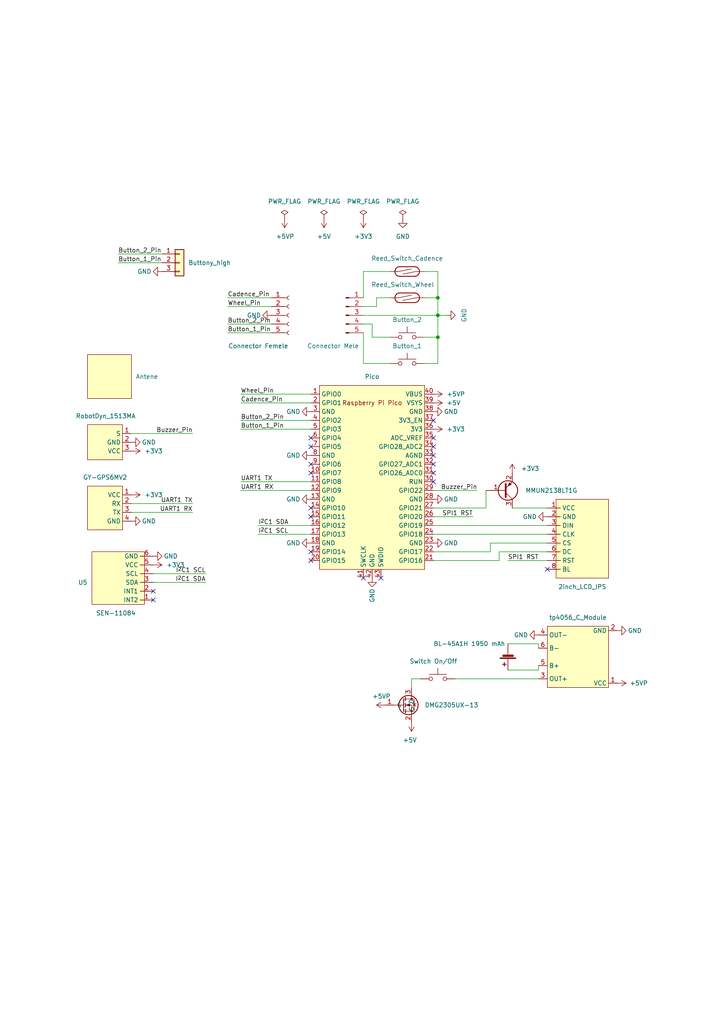
<source format=kicad_sch>
(kicad_sch (version 20211123) (generator eeschema)
  (paper "A4" portrait)
  (lib_symbols
    (symbol "Connector:Conn_01x05_Female" (pin_names (offset 1.016) hide)
      (property "Reference" "J" (at 0 7.62 0))
      (property "Value" "Conn_01x05_Female" (at 0 -7.62 0))
      (symbol "Conn_01x05_Female_1_1"
        (arc (start 0 -4.572) (mid -0.508 -5.08) (end 0 -5.588) (stroke (width 0.1524)))
        (arc (start 0 -2.032) (mid -0.508 -2.54) (end 0 -3.048) (stroke (width 0.1524)))
        (polyline (pts (xy -1.27 -5.08) (xy -0.508 -5.08)) (stroke (width 0.1524)))
        (polyline (pts (xy -1.27 -2.54) (xy -0.508 -2.54)) (stroke (width 0.1524)))
        (polyline (pts (xy -1.27 0) (xy -0.508 0)) (stroke (width 0.1524)))
        (polyline (pts (xy -1.27 2.54) (xy -0.508 2.54)) (stroke (width 0.1524)))
        (polyline (pts (xy -1.27 5.08) (xy -0.508 5.08)) (stroke (width 0.1524)))
        (arc (start 0 0.508) (mid -0.508 0) (end 0 -0.508) (stroke (width 0.1524)))
        (arc (start 0 3.048) (mid -0.508 2.54) (end 0 2.032) (stroke (width 0.1524)))
        (arc (start 0 5.588) (mid -0.508 5.08) (end 0 4.572) (stroke (width 0.1524)))
        (pin passive line (at -5.08 5.08 0) (length 3.81) (name "Pin_1") (number "1"))
        (pin passive line (at -5.08 2.54 0) (length 3.81) (name "Pin_2") (number "2"))
        (pin passive line (at -5.08 0 0) (length 3.81) (name "Pin_3") (number "3"))
        (pin passive line (at -5.08 -2.54 0) (length 3.81) (name "Pin_4") (number "4"))
        (pin passive line (at -5.08 -5.08 0) (length 3.81) (name "Pin_5") (number "5"))
      )
    )
    (symbol "Connector:Conn_01x05_Male" (pin_names (offset 1.016) hide)
      (property "Reference" "J" (at 0 7.62 0))
      (property "Value" "Conn_01x05_Male" (at 0 -7.62 0))
      (symbol "Conn_01x05_Male_1_1"
        (polyline (pts (xy 1.27 -5.08) (xy 0.8636 -5.08)) (stroke (width 0.1524)))
        (polyline (pts (xy 1.27 -2.54) (xy 0.8636 -2.54)) (stroke (width 0.1524)))
        (polyline (pts (xy 1.27 0) (xy 0.8636 0)) (stroke (width 0.1524)))
        (polyline (pts (xy 1.27 2.54) (xy 0.8636 2.54)) (stroke (width 0.1524)))
        (polyline (pts (xy 1.27 5.08) (xy 0.8636 5.08)) (stroke (width 0.1524)))
        (rectangle (start 0.8636 -4.953) (end 0 -5.207) (stroke (width 0.1524)) (fill (type outline)))
        (rectangle (start 0.8636 -2.413) (end 0 -2.667) (stroke (width 0.1524)) (fill (type outline)))
        (rectangle (start 0.8636 0.127) (end 0 -0.127) (stroke (width 0.1524)) (fill (type outline)))
        (rectangle (start 0.8636 2.667) (end 0 2.413) (stroke (width 0.1524)) (fill (type outline)))
        (rectangle (start 0.8636 5.207) (end 0 4.953) (stroke (width 0.1524)) (fill (type outline)))
        (pin passive line (at 5.08 5.08 180) (length 3.81) (name "Pin_1") (number "1"))
        (pin passive line (at 5.08 2.54 180) (length 3.81) (name "Pin_2") (number "2"))
        (pin passive line (at 5.08 0 180) (length 3.81) (name "Pin_3") (number "3"))
        (pin passive line (at 5.08 -2.54 180) (length 3.81) (name "Pin_4") (number "4"))
        (pin passive line (at 5.08 -5.08 180) (length 3.81) (name "Pin_5") (number "5"))
      )
    )
    (symbol "Connector_Generic:Conn_01x03" (pin_names (offset 1.016) hide)
      (property "Reference" "J" (at 0 5.08 0))
      (property "Value" "Conn_01x03" (at 0 -5.08 0))
      (symbol "Conn_01x03_1_1"
        (rectangle (start -1.27 -2.413) (end 0 -2.667) (stroke (width 0.1524)))
        (rectangle (start -1.27 0.127) (end 0 -0.127) (stroke (width 0.1524)))
        (rectangle (start -1.27 2.667) (end 0 2.413) (stroke (width 0.1524)))
        (rectangle (start -1.27 3.81) (end 1.27 -3.81) (stroke (width 0.254)) (fill (type background)))
        (pin passive line (at -5.08 2.54 0) (length 3.81) (name "Pin_1") (number "1"))
        (pin passive line (at -5.08 0 0) (length 3.81) (name "Pin_2") (number "2"))
        (pin passive line (at -5.08 -2.54 0) (length 3.81) (name "Pin_3") (number "3"))
      )
    )
    (symbol "DMG2305UX-13_1" (pin_names (offset 0.762))
      (property "Reference" "D" (at -2.54 7.62 0))
      (property "Value" "DMG2305UX-13_1" (at -10.16 5.08 0))
      (symbol "DMG2305UX-13_1_0_1"
        (polyline (pts (xy 5.334 0) (xy 2.54 0)))
        (polyline (pts (xy 5.334 1.905) (xy 5.334 -1.905)) (stroke (width 0.254)))
        (polyline (pts (xy 5.842 -1.27) (xy 5.842 -2.286)) (stroke (width 0.254)))
        (polyline (pts (xy 5.842 0.508) (xy 5.842 -0.508)) (stroke (width 0.254)))
        (polyline (pts (xy 5.842 2.286) (xy 5.842 1.27)) (stroke (width 0.254)))
        (polyline (pts (xy 7.62 2.54) (xy 7.62 1.778)))
        (polyline (pts (xy 7.62 -2.54) (xy 7.62 0) (xy 5.842 0)))
        (polyline (pts (xy 5.842 -1.778) (xy 8.382 -1.778) (xy 8.382 1.778) (xy 5.842 1.778)))
        (polyline (pts (xy 6.096 0) (xy 7.112 0.381) (xy 7.112 -0.381) (xy 6.096 0)) (fill (type outline)))
        (polyline (pts (xy 7.874 0.508) (xy 8.001 0.381) (xy 8.763 0.381) (xy 8.89 0.254)))
        (polyline (pts (xy 8.382 0.381) (xy 8.001 -0.254) (xy 8.763 -0.254) (xy 8.382 0.381)))
        (circle (center 6.731 0) (radius 2.794) (stroke (width 0.254)))
        (circle (center 7.62 -1.778) (radius 0.254) (fill (type outline)))
        (circle (center 7.62 1.778) (radius 0.254) (fill (type outline)))
      )
      (symbol "DMG2305UX-13_1_1_1"
        (pin input line (at 0 0 0) (length 2.54) (name "G") (number "1"))
        (pin passive line (at 7.62 -5.08 90) (length 2.54) (name "S") (number "2"))
        (pin passive line (at 7.62 5.08 270) (length 2.54) (name "D") (number "3"))
      )
    )
    (symbol "Device:Battery_Cell" (pin_numbers hide) (pin_names (offset 0) hide)
      (property "Reference" "BT" (at 2.54 2.54 0))
      (property "Value" "Battery_Cell" (at 2.54 0 0))
      (symbol "Battery_Cell_0_1"
        (rectangle (start -2.286 1.778) (end 2.286 1.524) (fill (type outline)))
        (rectangle (start -1.5748 1.1938) (end 1.4732 0.6858) (fill (type outline)))
        (polyline (pts (xy 0 0.762) (xy 0 0)))
        (polyline (pts (xy 0 1.778) (xy 0 2.54)))
        (polyline (pts (xy 0.508 3.429) (xy 1.524 3.429)) (stroke (width 0.254)))
        (polyline (pts (xy 1.016 3.937) (xy 1.016 2.921)) (stroke (width 0.254)))
      )
      (symbol "Battery_Cell_1_1"
        (pin passive line (at 0 5.08 270) (length 2.54) (name "+") (number "1"))
        (pin passive line (at 0 -2.54 90) (length 2.54) (name "-") (number "2"))
      )
    )
    (symbol "Device:Q_PNP_BEC" (pin_names (offset 0) hide)
      (property "Reference" "Q" (at 5.08 1.27 0))
      (property "Value" "Q_PNP_BEC" (at 5.08 -1.27 0))
      (symbol "Q_PNP_BEC_0_1"
        (polyline (pts (xy 0.635 0.635) (xy 2.54 2.54)))
        (polyline (pts (xy 0.635 -0.635) (xy 2.54 -2.54) (xy 2.54 -2.54)))
        (polyline (pts (xy 0.635 1.905) (xy 0.635 -1.905) (xy 0.635 -1.905)) (stroke (width 0.508)))
        (polyline (pts (xy 2.286 -1.778) (xy 1.778 -2.286) (xy 1.27 -1.27) (xy 2.286 -1.778) (xy 2.286 -1.778)) (fill (type outline)))
        (circle (center 1.27 0) (radius 2.8194) (stroke (width 0.254)))
      )
      (symbol "Q_PNP_BEC_1_1"
        (pin input line (at -5.08 0 0) (length 5.715) (name "B") (number "1"))
        (pin passive line (at 2.54 -5.08 90) (length 2.54) (name "E") (number "2"))
        (pin passive line (at 2.54 5.08 270) (length 2.54) (name "C") (number "3"))
      )
    )
    (symbol "GPS_mdule:Antena"
      (property "Reference" "U" (at 6.35 7.62 0))
      (property "Value" "Antena" (at 6.35 5.08 0))
      (symbol "Antena_0_1"
        (rectangle (start 0 12.7) (end 12.7 0) (fill (type background)))
      )
    )
    (symbol "GPS_mdule:GY-GPS6MV2"
      (property "Reference" "U" (at 0 16.51 0))
      (property "Value" "GY-GPS6MV2" (at 0 13.97 0))
      (symbol "GY-GPS6MV2_0_1"
        (rectangle (start 1.27 10.16) (end 1.27 10.16))
        (rectangle (start 3.81 12.7) (end -6.35 0) (fill (type background)))
      )
      (symbol "GY-GPS6MV2_1_1"
        (pin power_in line (at 6.35 10.16 180) (length 2.54) (name "VCC") (number "1"))
        (pin input line (at 6.35 7.62 180) (length 2.54) (name "RX") (number "2"))
        (pin input line (at 6.35 5.08 180) (length 2.54) (name "TX") (number "3"))
        (pin power_in line (at 6.35 2.54 180) (length 2.54) (name "GND") (number "4"))
      )
    )
    (symbol "MCU_RaspberryPi_and_Boards:Pico"
      (property "Reference" "U" (at -13.97 27.94 0))
      (property "Value" "Pico" (at 0 19.05 0))
      (symbol "Pico_0_0"
        (text "Raspberry Pi Pico" (at 0 21.59 0) (effects (font (size 1.27 1.27))))
      )
      (symbol "Pico_0_1"
        (rectangle (start -15.24 26.67) (end 15.24 -26.67) (fill (type background)))
      )
      (symbol "Pico_1_1"
        (pin bidirectional line (at -17.78 24.13 0) (length 2.54) (name "GPIO0") (number "1"))
        (pin bidirectional line (at -17.78 1.27 0) (length 2.54) (name "GPIO7") (number "10"))
        (pin bidirectional line (at -17.78 -1.27 0) (length 2.54) (name "GPIO8") (number "11"))
        (pin bidirectional line (at -17.78 -3.81 0) (length 2.54) (name "GPIO9") (number "12"))
        (pin power_in line (at -17.78 -6.35 0) (length 2.54) (name "GND") (number "13"))
        (pin bidirectional line (at -17.78 -8.89 0) (length 2.54) (name "GPIO10") (number "14"))
        (pin bidirectional line (at -17.78 -11.43 0) (length 2.54) (name "GPIO11") (number "15"))
        (pin bidirectional line (at -17.78 -13.97 0) (length 2.54) (name "GPIO12") (number "16"))
        (pin bidirectional line (at -17.78 -16.51 0) (length 2.54) (name "GPIO13") (number "17"))
        (pin power_in line (at -17.78 -19.05 0) (length 2.54) (name "GND") (number "18"))
        (pin bidirectional line (at -17.78 -21.59 0) (length 2.54) (name "GPIO14") (number "19"))
        (pin bidirectional line (at -17.78 21.59 0) (length 2.54) (name "GPIO1") (number "2"))
        (pin bidirectional line (at -17.78 -24.13 0) (length 2.54) (name "GPIO15") (number "20"))
        (pin bidirectional line (at 17.78 -24.13 180) (length 2.54) (name "GPIO16") (number "21"))
        (pin bidirectional line (at 17.78 -21.59 180) (length 2.54) (name "GPIO17") (number "22"))
        (pin power_in line (at 17.78 -19.05 180) (length 2.54) (name "GND") (number "23"))
        (pin bidirectional line (at 17.78 -16.51 180) (length 2.54) (name "GPIO18") (number "24"))
        (pin bidirectional line (at 17.78 -13.97 180) (length 2.54) (name "GPIO19") (number "25"))
        (pin bidirectional line (at 17.78 -11.43 180) (length 2.54) (name "GPIO20") (number "26"))
        (pin bidirectional line (at 17.78 -8.89 180) (length 2.54) (name "GPIO21") (number "27"))
        (pin power_in line (at 17.78 -6.35 180) (length 2.54) (name "GND") (number "28"))
        (pin bidirectional line (at 17.78 -3.81 180) (length 2.54) (name "GPIO22") (number "29"))
        (pin power_in line (at -17.78 19.05 0) (length 2.54) (name "GND") (number "3"))
        (pin input line (at 17.78 -1.27 180) (length 2.54) (name "RUN") (number "30"))
        (pin bidirectional line (at 17.78 1.27 180) (length 2.54) (name "GPIO26_ADC0") (number "31"))
        (pin bidirectional line (at 17.78 3.81 180) (length 2.54) (name "GPIO27_ADC1") (number "32"))
        (pin power_in line (at 17.78 6.35 180) (length 2.54) (name "AGND") (number "33"))
        (pin bidirectional line (at 17.78 8.89 180) (length 2.54) (name "GPIO28_ADC2") (number "34"))
        (pin power_in line (at 17.78 11.43 180) (length 2.54) (name "ADC_VREF") (number "35"))
        (pin power_in line (at 17.78 13.97 180) (length 2.54) (name "3V3") (number "36"))
        (pin input line (at 17.78 16.51 180) (length 2.54) (name "3V3_EN") (number "37"))
        (pin bidirectional line (at 17.78 19.05 180) (length 2.54) (name "GND") (number "38"))
        (pin power_in line (at 17.78 21.59 180) (length 2.54) (name "VSYS") (number "39"))
        (pin bidirectional line (at -17.78 16.51 0) (length 2.54) (name "GPIO2") (number "4"))
        (pin power_in line (at 17.78 24.13 180) (length 2.54) (name "VBUS") (number "40"))
        (pin input line (at -2.54 -29.21 90) (length 2.54) (name "SWCLK") (number "41"))
        (pin power_in line (at 0 -29.21 90) (length 2.54) (name "GND") (number "42"))
        (pin bidirectional line (at 2.54 -29.21 90) (length 2.54) (name "SWDIO") (number "43"))
        (pin bidirectional line (at -17.78 13.97 0) (length 2.54) (name "GPIO3") (number "5"))
        (pin bidirectional line (at -17.78 11.43 0) (length 2.54) (name "GPIO4") (number "6"))
        (pin bidirectional line (at -17.78 8.89 0) (length 2.54) (name "GPIO5") (number "7"))
        (pin power_in line (at -17.78 6.35 0) (length 2.54) (name "GND") (number "8"))
        (pin bidirectional line (at -17.78 3.81 0) (length 2.54) (name "GPIO6") (number "9"))
      )
    )
    (symbol "SEN-11084_1"
      (property "Reference" "U" (at 0 10.16 0))
      (property "Value" "SEN-11084_1" (at 1.27 -10.16 0))
      (symbol "SEN-11084_1_0_1"
        (rectangle (start -6.35 7.62) (end 8.89 -7.62) (fill (type background)))
      )
      (symbol "SEN-11084_1_1_1"
        (pin passive line (at -8.89 6.35 0) (length 3.81) (name "INT2") (number "1"))
        (pin passive line (at -8.89 3.81 0) (length 3.81) (name "INT1") (number "2"))
        (pin passive line (at -8.89 1.27 0) (length 3.81) (name "SDA") (number "3"))
        (pin passive line (at -8.89 -1.27 0) (length 3.81) (name "SCL") (number "4"))
        (pin power_in line (at -8.89 -3.81 0) (length 3.81) (name "VCC") (number "5"))
        (pin power_in line (at -8.89 -6.35 0) (length 3.81) (name "GND") (number "6"))
      )
    )
    (symbol "Switch:SW_MEC_5G" (pin_numbers hide) (pin_names (offset 1.016) hide)
      (property "Reference" "SW" (at 1.27 2.54 0))
      (property "Value" "SW_MEC_5G" (at 0 -1.524 0))
      (symbol "SW_MEC_5G_0_1"
        (circle (center -2.032 0) (radius 0.508))
        (polyline (pts (xy 0 1.27) (xy 0 3.048)))
        (polyline (pts (xy 2.54 1.27) (xy -2.54 1.27)))
        (circle (center 2.032 0) (radius 0.508))
        (pin passive line (at -5.08 0 0) (length 2.54) (name "A") (number "1"))
        (pin passive line (at 5.08 0 180) (length 2.54) (name "B") (number "3"))
      )
      (symbol "SW_MEC_5G_1_1"
        (pin passive line (at -5.08 0 0) (length 2.54) hide (name "A") (number "2"))
        (pin passive line (at 5.08 0 180) (length 2.54) hide (name "B") (number "4"))
      )
    )
    (symbol "Switch:SW_Reed" (pin_numbers hide) (pin_names (offset 0) hide)
      (property "Reference" "SW" (at 0 2.54 0))
      (property "Value" "SW_Reed" (at 0 -2.54 0))
      (symbol "SW_Reed_0_0"
        (arc (start -2.159 1.397) (mid -3.556 0) (end -2.159 -1.397) (stroke (width 0.254)))
        (polyline (pts (xy -2.54 0) (xy 1.27 0.762)))
        (polyline (pts (xy -2.159 -1.397) (xy 2.286 -1.397)) (stroke (width 0.254)))
        (polyline (pts (xy 2.159 1.397) (xy -2.159 1.397)) (stroke (width 0.254)))
        (polyline (pts (xy 2.54 0) (xy -1.27 -0.762)))
        (arc (start 2.159 -1.397) (mid 3.556 0) (end 2.159 1.397) (stroke (width 0.254)))
      )
      (symbol "SW_Reed_1_1"
        (pin passive line (at -5.08 0 0) (length 2.54) (name "1") (number "1"))
        (pin passive line (at 5.08 0 180) (length 2.54) (name "2") (number "2"))
      )
    )
    (symbol "buzzer:RobotDyn_1513MA"
      (property "Reference" "U" (at 0 12.7 0))
      (property "Value" "RobotDyn_1513MA" (at 0 11.43 0))
      (symbol "RobotDyn_1513MA_0_1"
        (rectangle (start -5.08 10.16) (end 5.08 0) (fill (type background)))
      )
      (symbol "RobotDyn_1513MA_1_1"
        (pin input line (at -7.62 2.54 0) (length 2.54) (name "S") (number "1"))
        (pin power_in line (at -7.62 5.08 0) (length 2.54) (name "GND") (number "2"))
        (pin power_in line (at -7.62 7.62 0) (length 2.54) (name "VCC") (number "3"))
      )
    )
    (symbol "power:+3V3" (power) (pin_names (offset 0))
      (property "Value" "+3V3" (at 0 3.556 0))
      (symbol "+3V3_0_1"
        (polyline (pts (xy -0.762 1.27) (xy 0 2.54)))
        (polyline (pts (xy 0 0) (xy 0 2.54)))
        (polyline (pts (xy 0 2.54) (xy 0.762 1.27)))
      )
      (symbol "+3V3_1_1"
        (pin power_in line (at 0 0 90) (length 0) hide (name "+3V3") (number "1"))
      )
    )
    (symbol "power:+5V" (power) (pin_names (offset 0))
      (property "Value" "+5V" (at 0 3.556 0))
      (symbol "+5V_0_1"
        (polyline (pts (xy -0.762 1.27) (xy 0 2.54)))
        (polyline (pts (xy 0 0) (xy 0 2.54)))
        (polyline (pts (xy 0 2.54) (xy 0.762 1.27)))
      )
      (symbol "+5V_1_1"
        (pin power_in line (at 0 0 90) (length 0) hide (name "+5V") (number "1"))
      )
    )
    (symbol "power:+5VP" (power) (pin_names (offset 0))
      (property "Value" "+5VP" (at 0 3.556 0))
      (symbol "+5VP_0_1"
        (polyline (pts (xy -0.762 1.27) (xy 0 2.54)))
        (polyline (pts (xy 0 0) (xy 0 2.54)))
        (polyline (pts (xy 0 2.54) (xy 0.762 1.27)))
      )
      (symbol "+5VP_1_1"
        (pin power_in line (at 0 0 90) (length 0) hide (name "+5VP") (number "1"))
      )
    )
    (symbol "power:GND" (power) (pin_names (offset 0))
      (property "Value" "GND" (at 0 -3.81 0))
      (symbol "GND_0_1"
        (polyline (pts (xy 0 0) (xy 0 -1.27) (xy 1.27 -1.27) (xy 0 -2.54) (xy -1.27 -1.27) (xy 0 -1.27)))
      )
      (symbol "GND_1_1"
        (pin power_in line (at 0 0 270) (length 0) hide (name "GND") (number "1"))
      )
    )
    (symbol "power:PWR_FLAG" (power) (pin_numbers hide) (pin_names (offset 0) hide)
      (property "Value" "PWR_FLAG" (at 0 3.81 0))
      (symbol "PWR_FLAG_0_0"
        (pin power_out line (at 0 0 90) (length 0) (name "pwr") (number "1"))
      )
      (symbol "PWR_FLAG_0_1"
        (polyline (pts (xy 0 0) (xy 0 1.27) (xy -1.016 1.905) (xy 0 2.54) (xy 1.016 1.905) (xy 0 1.27)))
      )
    )
    (symbol "st7789:2inch_LCD_IPS"
      (property "Reference" "U" (at 0 13.97 0))
      (property "Value" "2inch_LCD_IPS" (at 0 -13.97 0))
      (symbol "2inch_LCD_IPS_0_1"
        (rectangle (start -7.62 11.43) (end 7.62 -11.43) (fill (type background)))
      )
      (symbol "2inch_LCD_IPS_1_1"
        (pin passive line (at -10.16 8.89 0) (length 3.81) (name "VCC") (number "1"))
        (pin passive line (at -10.16 6.35 0) (length 3.81) (name "GND") (number "2"))
        (pin passive line (at -10.16 3.81 0) (length 3.81) (name "DIN") (number "3"))
        (pin passive line (at -10.16 1.27 0) (length 3.81) (name "CLK") (number "4"))
        (pin passive line (at -10.16 -1.27 0) (length 3.81) (name "CS") (number "5"))
        (pin passive line (at -10.16 -3.81 0) (length 3.81) (name "DC") (number "6"))
        (pin passive line (at -10.16 -6.35 0) (length 3.81) (name "RST") (number "7"))
        (pin passive line (at -10.16 -8.89 0) (length 3.81) (name "BL") (number "8"))
      )
    )
    (symbol "tp4056:tp4056_C_Module"
      (property "Reference" "U" (at 0 0 0))
      (property "Value" "tp4056_C_Module" (at 0 10.16 0))
      (symbol "tp4056_C_Module_0_1"
        (rectangle (start -8.89 8.89) (end 8.89 -8.89) (fill (type background)))
      )
      (symbol "tp4056_C_Module_1_1"
        (pin power_in line (at -11.43 7.62 0) (length 2.54) (name "VCC") (number "1"))
        (pin power_in line (at -11.43 -7.62 0) (length 2.54) (name "GND") (number "2"))
        (pin power_out line (at 11.43 6.35 180) (length 2.54) (name "OUT+") (number "3"))
        (pin passive line (at 11.43 -6.35 180) (length 2.54) (name "OUT-") (number "4"))
        (pin passive line (at 11.43 2.54 180) (length 2.54) (name "B+") (number "5"))
        (pin passive line (at 11.43 -2.54 180) (length 2.54) (name "B-") (number "6"))
      )
    )
  )
  (junction (at 127 91.44))
  (junction (at 127 97.79))
  (junction (at 127 86.36))
  (no_connect (at 158.75 165.1))
  (no_connect (at 125.73 121.92))
  (no_connect (at 125.73 137.16))
  (no_connect (at 90.17 137.16))
  (no_connect (at 125.73 134.62))
  (no_connect (at 90.17 127))
  (no_connect (at 125.73 132.08))
  (no_connect (at 44.45 171.45))
  (no_connect (at 125.73 127))
  (no_connect (at 90.17 129.54))
  (no_connect (at 110.49 167.64))
  (no_connect (at 105.41 167.64))
  (no_connect (at 44.45 173.99))
  (no_connect (at 90.17 160.02))
  (no_connect (at 90.17 147.32))
  (no_connect (at 125.73 139.7))
  (no_connect (at 90.17 162.56))
  (no_connect (at 90.17 149.86))
  (no_connect (at 90.17 134.62))
  (no_connect (at 125.73 129.54))
  (wire (pts (xy 69.85 114.3) (xy 90.17 114.3)))
  (wire (pts (xy 147.32 186.69) (xy 156.21 186.69)))
  (wire (pts (xy 105.41 78.74) (xy 105.41 86.36)))
  (wire (pts (xy 46.99 76.2) (xy 34.29 76.2)))
  (wire (pts (xy 144.78 160.02) (xy 144.78 162.56)))
  (wire (pts (xy 123.19 86.36) (xy 127 86.36)))
  (wire (pts (xy 127 97.79) (xy 127 105.41)))
  (wire (pts (xy 59.69 168.91) (xy 44.45 168.91)))
  (wire (pts (xy 127 78.74) (xy 123.19 78.74)))
  (wire (pts (xy 38.1 148.59) (xy 55.88 148.59)))
  (wire (pts (xy 142.24 157.48) (xy 142.24 160.02)))
  (wire (pts (xy 90.17 121.92) (xy 69.85 121.92)))
  (wire (pts (xy 129.54 91.44) (xy 127 91.44)))
  (wire (pts (xy 156.21 194.31) (xy 156.21 193.04)))
  (wire (pts (xy 125.73 162.56) (xy 144.78 162.56)))
  (wire (pts (xy 121.92 196.85) (xy 119.38 196.85)))
  (wire (pts (xy 109.22 88.9) (xy 105.41 88.9)))
  (wire (pts (xy 119.38 196.85) (xy 119.38 199.39)))
  (wire (pts (xy 46.99 73.66) (xy 34.29 73.66)))
  (wire (pts (xy 69.85 116.84) (xy 90.17 116.84)))
  (wire (pts (xy 127 86.36) (xy 127 91.44)))
  (wire (pts (xy 113.03 105.41) (xy 105.41 105.41)))
  (wire (pts (xy 107.95 97.79) (xy 107.95 93.98)))
  (wire (pts (xy 132.08 196.85) (xy 156.21 196.85)))
  (wire (pts (xy 74.93 152.4) (xy 90.17 152.4)))
  (wire (pts (xy 137.16 149.86) (xy 125.73 149.86)))
  (wire (pts (xy 74.93 154.94) (xy 90.17 154.94)))
  (wire (pts (xy 140.97 142.24) (xy 140.97 147.32)))
  (wire (pts (xy 105.41 105.41) (xy 105.41 96.52)))
  (wire (pts (xy 147.32 194.31) (xy 156.21 194.31)))
  (wire (pts (xy 144.78 160.02) (xy 158.75 160.02)))
  (wire (pts (xy 113.03 78.74) (xy 105.41 78.74)))
  (wire (pts (xy 127 86.36) (xy 127 78.74)))
  (wire (pts (xy 127 105.41) (xy 123.19 105.41)))
  (wire (pts (xy 127 91.44) (xy 127 97.79)))
  (wire (pts (xy 69.85 139.7) (xy 90.17 139.7)))
  (wire (pts (xy 113.03 86.36) (xy 109.22 86.36)))
  (wire (pts (xy 38.1 146.05) (xy 55.88 146.05)))
  (wire (pts (xy 69.85 142.24) (xy 90.17 142.24)))
  (wire (pts (xy 78.74 96.52) (xy 66.04 96.52)))
  (wire (pts (xy 59.69 166.37) (xy 44.45 166.37)))
  (wire (pts (xy 147.32 162.56) (xy 158.75 162.56)))
  (wire (pts (xy 158.75 147.32) (xy 148.59 147.32)))
  (wire (pts (xy 127 97.79) (xy 123.19 97.79)))
  (wire (pts (xy 142.24 157.48) (xy 158.75 157.48)))
  (wire (pts (xy 138.43 142.24) (xy 125.73 142.24)))
  (wire (pts (xy 78.74 93.98) (xy 66.04 93.98)))
  (wire (pts (xy 127 91.44) (xy 105.41 91.44)))
  (wire (pts (xy 156.21 186.69) (xy 156.21 187.96)))
  (wire (pts (xy 125.73 152.4) (xy 158.75 152.4)))
  (wire (pts (xy 140.97 147.32) (xy 125.73 147.32)))
  (wire (pts (xy 55.88 125.73) (xy 38.1 125.73)))
  (wire (pts (xy 66.04 88.9) (xy 78.74 88.9)))
  (wire (pts (xy 142.24 160.02) (xy 125.73 160.02)))
  (wire (pts (xy 107.95 93.98) (xy 105.41 93.98)))
  (wire (pts (xy 90.17 124.46) (xy 69.85 124.46)))
  (wire (pts (xy 66.04 86.36) (xy 78.74 86.36)))
  (wire (pts (xy 125.73 154.94) (xy 158.75 154.94)))
  (wire (pts (xy 109.22 86.36) (xy 109.22 88.9)))
  (wire (pts (xy 113.03 97.79) (xy 107.95 97.79)))
  (label "Buzzer_Pin" (at 138.43 142.24 180))
  (label "Button_1_Pin" (at 66.04 96.52 0))
  (label "Button_1_Pin" (at 69.85 124.46 0))
  (label "Button_2_Pin" (at 69.85 121.92 0))
  (label "SPI1 RST" (at 147.32 162.56 0))
  (label "I^{2}C1 SDA" (at 74.93 152.4 0))
  (label "I^{2}C1 SCL" (at 59.69 166.37 180))
  (label "Button_2_Pin" (at 66.04 93.98 0))
  (label "I^{2}C1 SDA" (at 59.69 168.91 180))
  (label "Buzzer_Pin" (at 55.88 125.73 180))
  (label "UART1 TX" (at 55.88 146.05 180))
  (label "I^{2}C1 SCL" (at 74.93 154.94 0))
  (label "Wheel_Pin" (at 69.85 114.3 0))
  (label "UART1 RX" (at 69.85 142.24 0))
  (label "UART1 RX" (at 55.88 148.59 180))
  (label "Wheel_Pin" (at 66.04 88.9 0))
  (label "Button_1_Pin" (at 34.29 76.2 0))
  (label "Button_2_Pin" (at 34.29 73.66 0))
  (label "Cadence_Pin" (at 69.85 116.84 0))
  (label "SPI1 RST" (at 137.16 149.86 180))
  (label "Cadence_Pin" (at 66.04 86.36 0))
  (label "UART1 TX" (at 69.85 139.7 0))
  (symbol (lib_id "power:GND") (at 125.73 157.48 90) (unit 1)
    (property "Reference" "#PWR017" (effects hide))
    (property "Value" "GND" (at 130.81 157.48 90))
  )
  (symbol (lib_id "power:GND") (at 156.21 184.15 270) (unit 1)
    (property "Reference" "#PWR019" (effects hide))
    (property "Value" "GND" (at 151.13 184.15 90))
  )
  (symbol (lib_id "power:GND") (at 90.17 157.48 270) (unit 1)
    (property "Reference" "#PWR013" (effects hide))
    (property "Value" "GND" (at 85.09 157.48 90))
  )
  (symbol (lib_id "power:+3V3") (at 44.45 163.83 270) (unit 1)
    (property "Reference" "#PWR025" (effects hide))
    (property "Value" "+3V3" (at 48.26 163.8299 90) (effects (justify left)))
  )
  (symbol (lib_id "power:GND") (at 158.75 149.86 270) (unit 1)
    (property "Reference" "#PWR04" (effects hide))
    (property "Value" "GND" (at 153.67 149.86 90))
  )
  (symbol (lib_id "power:GND") (at 46.99 78.74 270) (unit 1)
    (property "Reference" "#PWR0102" (effects hide))
    (property "Value" "GND" (at 41.91 78.74 90))
  )
  (symbol (lib_id "Device:Battery_Cell") (at 147.32 189.23 180) (unit 1)
    (property "Reference" "BT1" (effects hide))
    (property "Value" "BL-45A1H 1950 mAh" (at 125.73 186.69 0) (effects (justify right)))
    (property "Footprint" "gps:Battery" (effects hide))
  )
  (symbol (lib_id "tp4056:tp4056_C_Module") (at 167.64 190.5 180) (unit 1)
    (property "Reference" "U6" (effects hide))
    (property "Value" "tp4056_C_Module" (at 167.64 179.07 0))
    (property "Footprint" "Charger:tp4056_c_module" (effects hide))
  )
  (symbol (lib_id "buzzer:RobotDyn_1513MA") (at 30.48 123.19 180) (unit 1)
    (property "Reference" "U4" (effects hide))
    (property "Value" "RobotDyn_1513MA" (at 39.37 120.65 0) (effects (justify left)))
    (property "Footprint" "buzzer:Buzzer_withouch_gen" (effects hide))
  )
  (symbol (lib_id "Device:Q_PNP_BEC") (at 146.05 142.24 0) (mirror x) (unit 1)
    (property "Reference" "Q1" (effects hide))
    (property "Value" "MMUN2138LT1G" (at 152.4 142.24 0) (effects (justify left)))
    (property "Footprint" "NPN:DDTC123TCA-7-F" (effects hide))
  )
  (symbol (lib_id "power:+5VP") (at 111.76 204.47 90) (unit 1)
    (property "Reference" "#PWR05" (effects hide))
    (property "Value" "+5VP" (at 107.95 201.93 90) (effects (justify right)))
  )
  (symbol (lib_id "Switch:SW_Reed") (at 118.11 78.74 0) (unit 1)
    (property "Reference" "SW3" (effects hide))
    (property "Value" "Reed_Switch_Cadence" (at 118.11 74.93 0))
  )
  (symbol (lib_id "power:+5VP") (at 82.55 63.5 180) (unit 1)
    (property "Reference" "#PWR026" (effects hide))
    (property "Value" "+5VP" (at 80.01 68.58 0) (effects (justify right)))
  )
  (symbol (lib_id "GPS_mdule:Antena") (at 25.4 115.57 0) (unit 1)
    (property "Reference" "U7" (effects hide))
    (property "Value" "Antene" (at 39.37 109.2199 0) (effects (justify left)))
    (property "Footprint" "gps:Antene" (effects hide))
  )
  (symbol (lib_id "power:GND") (at 90.17 132.08 270) (unit 1)
    (property "Reference" "#PWR011" (effects hide))
    (property "Value" "GND" (at 85.09 132.08 90))
  )
  (symbol (lib_id "MCU_RaspberryPi_and_Boards:Pico") (at 107.95 138.43 0) (unit 1)
    (property "Reference" "U1" (effects hide))
    (property "Value" "Pico" (at 107.95 109.22 0))
    (property "Footprint" "MCU_RaspberryPi_and_Boards:RPi_Pico_SMD_TH" (effects hide))
  )
  (symbol (lib_id "Connector_Generic:Conn_01x03") (at 52.07 76.2 0) (unit 1)
    (property "Reference" "J3" (effects hide))
    (property "Value" "Buttony_high" (at 54.61 76.1999 0) (effects (justify left)))
    (property "Footprint" "Button:6x6_switch" (effects hide))
  )
  (symbol (lib_id "power:GND") (at 125.73 144.78 90) (unit 1)
    (property "Reference" "#PWR016" (effects hide))
    (property "Value" "GND" (at 130.81 144.78 90))
  )
  (symbol (lib_id "power:GND") (at 116.84 63.5 0) (unit 1)
    (property "Reference" "#PWR0101" (effects hide))
    (property "Value" "GND" (at 116.84 68.58 0))
  )
  (symbol (lib_id "power:GND") (at 38.1 128.27 90) (unit 1)
    (property "Reference" "#PWR02" (effects hide))
    (property "Value" "GND" (at 43.18 128.27 90))
  )
  (symbol (lib_id "power:GND") (at 44.45 161.29 90) (unit 1)
    (property "Reference" "#PWR018" (effects hide))
    (property "Value" "GND" (at 49.53 161.29 90))
  )
  (symbol (lib_id "power:GND") (at 179.07 182.88 90) (unit 1)
    (property "Reference" "#PWR020" (effects hide))
    (property "Value" "GND" (at 184.15 182.88 90))
  )
  (symbol (lib_id "power:GND") (at 38.1 151.13 90) (unit 1)
    (property "Reference" "#PWR03" (effects hide))
    (property "Value" "GND" (at 43.18 151.13 90))
  )
  (symbol (lib_id "st7789:2inch_LCD_IPS") (at 168.91 156.21 0) (unit 1)
    (property "Reference" "U2" (effects hide))
    (property "Value" "2inch_LCD_IPS" (at 168.91 170.18 0))
    (property "Footprint" "st7789:2_inch_LCD_IPS_FP" (effects hide))
  )
  (symbol (lib_id "power:GND") (at 129.54 91.44 90) (unit 1)
    (property "Reference" "#PWR09" (effects hide))
    (property "Value" "GND" (at 134.62 91.44 0))
  )
  (symbol (lib_id "power:PWR_FLAG") (at 116.84 63.5 0) (unit 1)
    (property "Reference" "#FLG0102" (effects hide))
    (property "Value" "PWR_FLAG" (at 116.84 58.42 0))
  )
  (symbol (lib_id "Connector:Conn_01x05_Female") (at 83.82 91.44 0) (unit 1)
    (property "Reference" "J1" (effects hide))
    (property "Value" "Connector Femele" (at 74.93 100.33 0))
    (property "Footprint" "magnetic_connector:5_pin_90_degree_femele" (effects hide))
  )
  (symbol (lib_id "power:GND") (at 78.74 91.44 270) (unit 1)
    (property "Reference" "#PWR029" (effects hide))
    (property "Value" "GND" (at 73.66 91.44 90))
  )
  (symbol (lib_name "SEN-11084_1") (lib_id "SparkFun:SEN-11084") (at 35.56 167.64 180) (unit 1)
    (property "Reference" "U5" (at 25.4 168.9101 0) (effects (justify left)))
    (property "Value" "SEN-11084" (at 39.37 177.8 0) (effects (justify left)))
    (property "Footprint" "SparkFun:1513MA_FT" (effects hide))
  )
  (symbol (lib_id "power:+5V") (at 93.98 63.5 180) (unit 1)
    (property "Reference" "#PWR08" (effects hide))
    (property "Value" "+5V" (at 93.98 68.58 0))
  )
  (symbol (lib_id "power:+3V3") (at 125.73 124.46 270) (unit 1)
    (property "Reference" "#PWR027" (effects hide))
    (property "Value" "+3V3" (at 129.54 124.4599 90) (effects (justify left)))
  )
  (symbol (lib_id "power:PWR_FLAG") (at 82.55 63.5 0) (unit 1)
    (property "Reference" "#FLG02" (effects hide))
    (property "Value" "PWR_FLAG" (at 82.55 58.42 0))
  )
  (symbol (lib_id "power:+3V3") (at 105.41 63.5 180) (unit 1)
    (property "Reference" "#PWR01" (effects hide))
    (property "Value" "+3V3" (at 105.41 68.58 0))
  )
  (symbol (lib_id "power:GND") (at 107.95 167.64 0) (unit 1)
    (property "Reference" "#PWR014" (effects hide))
    (property "Value" "GND" (at 107.95 172.72 90))
  )
  (symbol (lib_id "power:+3V3") (at 148.59 137.16 0) (unit 1)
    (property "Reference" "#PWR028" (effects hide))
    (property "Value" "+3V3" (at 151.13 135.8899 0) (effects (justify left)))
  )
  (symbol (lib_id "power:GND") (at 125.73 119.38 90) (unit 1)
    (property "Reference" "#PWR015" (effects hide))
    (property "Value" "GND" (at 130.81 119.38 90))
  )
  (symbol (lib_id "Switch:SW_MEC_5G") (at 118.11 97.79 0) (unit 1)
    (property "Reference" "SW2" (effects hide))
    (property "Value" "Button_2" (at 118.11 92.71 0))
    (property "Datasheet" "http://www.apem.com/int/index.php?controller=attachment&id_attachment=488" (effects hide))
  )
  (symbol (lib_id "Switch:SW_MEC_5G") (at 127 196.85 0) (unit 1)
    (property "Reference" "SW5" (effects hide))
    (property "Value" "Switch On/Off" (at 125.73 191.77 0))
    (property "Footprint" "Button:Switch_on_off" (effects hide))
    (property "Datasheet" "http://www.apem.com/int/index.php?controller=attachment&id_attachment=488" (effects hide))
  )
  (symbol (lib_id "power:+5VP") (at 179.07 198.12 270) (unit 1)
    (property "Reference" "#PWR022" (effects hide))
    (property "Value" "+5VP" (at 187.96 198.12 90) (effects (justify right)))
  )
  (symbol (lib_id "power:+5V") (at 119.38 209.55 180) (unit 1)
    (property "Reference" "#PWR06" (effects hide))
    (property "Value" "+5V" (at 116.84 214.63 0) (effects (justify right)))
  )
  (symbol (lib_id "power:+3V3") (at 38.1 143.51 270) (unit 1)
    (property "Reference" "#PWR024" (effects hide))
    (property "Value" "+3V3" (at 41.91 143.5099 90) (effects (justify left)))
  )
  (symbol (lib_name "DMG2305UX-13_1") (lib_id "MOSFET:DMG2305UX-13") (at 111.76 204.47 0) (unit 1)
    (property "Reference" "D1" (effects hide))
    (property "Value" "DMG2305UX-13" (at 123.19 204.47 0) (effects (justify left)))
    (property "Footprint" "NPN:DDTC123TCA-7-F" (effects hide))
    (property "Datasheet" "https://componentsearchengine.com/Datasheets/2/DMG2305UX-13.pdf" (effects hide))
    (property "Description" "MOSFET P-Ch 20V 5A Enhancement SOT23 Diodes Inc DMG2305UX-13 P-channel MOSFET Transistor, -3.3 A, -20 V, 3-Pin SOT-23" (effects hide))
    (property "Height" "1.2" (effects hide))
    (property "Manufacturer_Name" "Diodes Inc." (effects hide))
    (property "Manufacturer_Part_Number" "DMG2305UX-13" (effects hide))
    (property "Mouser Part Number" "621-DMG2305UX-13" (effects hide))
    (property "Mouser Price/Stock" "https://www.mouser.co.uk/ProductDetail/Diodes-Incorporated/DMG2305UX-13?qs=L1DZKBg7t5Hgw5KN3G2IRg%3D%3D" (effects hide))
    (property "Arrow Part Number" "DMG2305UX-13" (effects hide))
    (property "Arrow Price/Stock" "https://www.arrow.com/en/products/dmg2305ux-13/diodes-incorporated?region=nac" (effects hide))
  )
  (symbol (lib_id "power:PWR_FLAG") (at 105.41 63.5 0) (unit 1)
    (property "Reference" "#FLG0101" (effects hide))
    (property "Value" "PWR_FLAG" (at 105.41 58.42 0))
  )
  (symbol (lib_id "power:GND") (at 90.17 144.78 270) (unit 1)
    (property "Reference" "#PWR012" (effects hide))
    (property "Value" "GND" (at 85.09 144.78 90))
  )
  (symbol (lib_id "Switch:SW_MEC_5G") (at 118.11 105.41 0) (unit 1)
    (property "Reference" "SW1" (effects hide))
    (property "Value" "Button_1" (at 118.11 100.33 0))
    (property "Datasheet" "http://www.apem.com/int/index.php?controller=attachment&id_attachment=488" (effects hide))
  )
  (symbol (lib_id "power:+5VP") (at 125.73 114.3 270) (unit 1)
    (property "Reference" "#PWR07" (effects hide))
    (property "Value" "+5VP" (at 129.54 114.2999 90) (effects (justify left)))
  )
  (symbol (lib_id "Switch:SW_Reed") (at 118.11 86.36 0) (unit 1)
    (property "Reference" "SW4" (effects hide))
    (property "Value" "Reed_Switch_Wheel" (at 116.84 82.55 0))
  )
  (symbol (lib_id "power:GND") (at 90.17 119.38 270) (unit 1)
    (property "Reference" "#PWR010" (effects hide))
    (property "Value" "GND" (at 85.09 119.38 90))
  )
  (symbol (lib_id "GPS_mdule:GY-GPS6MV2") (at 31.75 153.67 0) (unit 1)
    (property "Reference" "U3" (effects hide))
    (property "Value" "GY-GPS6MV2" (at 30.48 138.43 0))
    (property "Footprint" "gps:GY-GPS6MV2" (effects hide))
  )
  (symbol (lib_id "power:+5V") (at 125.73 116.84 270) (unit 1)
    (property "Reference" "#PWR021" (effects hide))
    (property "Value" "+5V" (at 129.54 116.8399 90) (effects (justify left)))
  )
  (symbol (lib_id "power:+3V3") (at 38.1 130.81 270) (unit 1)
    (property "Reference" "#PWR023" (effects hide))
    (property "Value" "+3V3" (at 41.91 130.8099 90) (effects (justify left)))
  )
  (symbol (lib_id "Connector:Conn_01x05_Male") (at 100.33 91.44 0) (unit 1)
    (property "Reference" "J2" (effects hide))
    (property "Value" "Connector Mele" (at 104.14 100.33 0) (effects (justify right)))
  )
  (symbol (lib_id "power:PWR_FLAG") (at 93.98 63.5 0) (unit 1)
    (property "Reference" "#FLG01" (effects hide))
    (property "Value" "PWR_FLAG" (at 93.98 58.42 0))
  )
)
</source>
